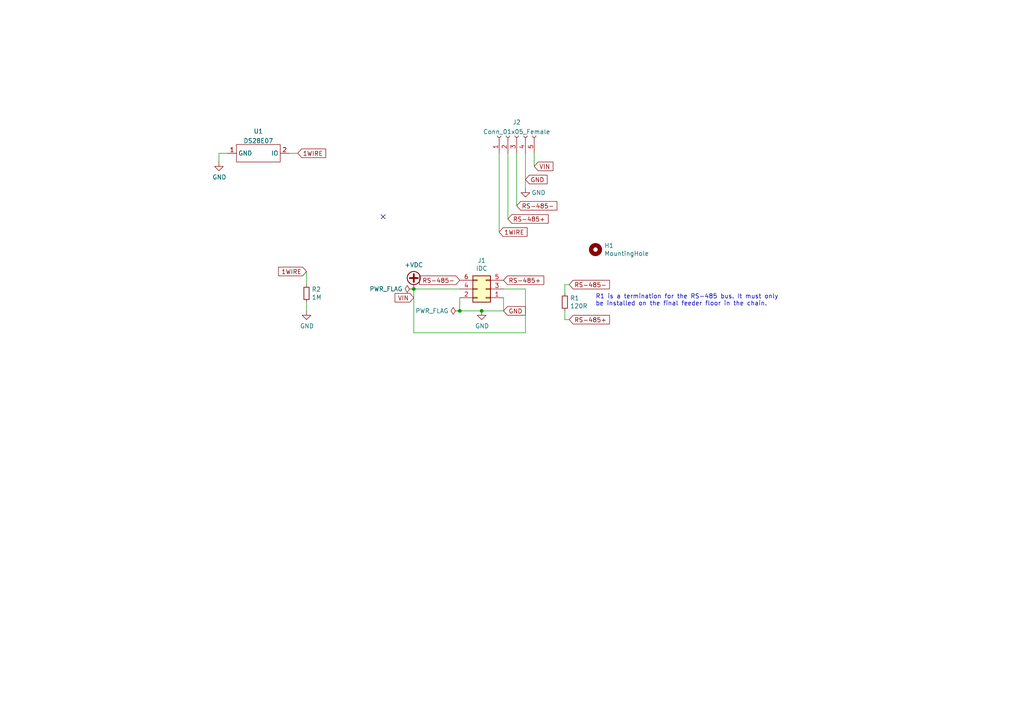
<source format=kicad_sch>
(kicad_sch (version 20211123) (generator eeschema)
  (paper "A4")
  (lib_symbols
    (symbol "Connector:Conn_01x05_Female" (pin_names (offset 1.016) hide)
      (property "Reference" "J" (at 0 7.62 0))
      (property "Value" "Conn_01x05_Female" (at 0 -7.62 0))
      (symbol "Conn_01x05_Female_1_1"
        (arc (start 0 -4.572) (mid -0.508 -5.08) (end 0 -5.588) (stroke (width 0.1524)))
        (arc (start 0 -2.032) (mid -0.508 -2.54) (end 0 -3.048) (stroke (width 0.1524)))
        (polyline (pts (xy -1.27 -5.08) (xy -0.508 -5.08)) (stroke (width 0.1524)))
        (polyline (pts (xy -1.27 -2.54) (xy -0.508 -2.54)) (stroke (width 0.1524)))
        (polyline (pts (xy -1.27 0) (xy -0.508 0)) (stroke (width 0.1524)))
        (polyline (pts (xy -1.27 2.54) (xy -0.508 2.54)) (stroke (width 0.1524)))
        (polyline (pts (xy -1.27 5.08) (xy -0.508 5.08)) (stroke (width 0.1524)))
        (arc (start 0 0.508) (mid -0.508 0) (end 0 -0.508) (stroke (width 0.1524)))
        (arc (start 0 3.048) (mid -0.508 2.54) (end 0 2.032) (stroke (width 0.1524)))
        (arc (start 0 5.588) (mid -0.508 5.08) (end 0 4.572) (stroke (width 0.1524)))
        (pin passive line (at -5.08 5.08 0) (length 3.81) (name "Pin_1") (number "1"))
        (pin passive line (at -5.08 2.54 0) (length 3.81) (name "Pin_2") (number "2"))
        (pin passive line (at -5.08 0 0) (length 3.81) (name "Pin_3") (number "3"))
        (pin passive line (at -5.08 -2.54 0) (length 3.81) (name "Pin_4") (number "4"))
        (pin passive line (at -5.08 -5.08 0) (length 3.81) (name "Pin_5") (number "5"))
      )
    )
    (symbol "Connector_Generic:Conn_02x03_Odd_Even" (pin_names (offset 1.016) hide)
      (property "Reference" "J" (at 1.27 5.08 0))
      (property "Value" "Conn_02x03_Odd_Even" (at 1.27 -5.08 0))
      (symbol "Conn_02x03_Odd_Even_1_1"
        (rectangle (start -1.27 -2.413) (end 0 -2.667) (stroke (width 0.1524)))
        (rectangle (start -1.27 0.127) (end 0 -0.127) (stroke (width 0.1524)))
        (rectangle (start -1.27 2.667) (end 0 2.413) (stroke (width 0.1524)))
        (rectangle (start -1.27 3.81) (end 3.81 -3.81) (stroke (width 0.254)) (fill (type background)))
        (rectangle (start 3.81 -2.413) (end 2.54 -2.667) (stroke (width 0.1524)))
        (rectangle (start 3.81 0.127) (end 2.54 -0.127) (stroke (width 0.1524)))
        (rectangle (start 3.81 2.667) (end 2.54 2.413) (stroke (width 0.1524)))
        (pin passive line (at -5.08 2.54 0) (length 3.81) (name "Pin_1") (number "1"))
        (pin passive line (at 7.62 2.54 180) (length 3.81) (name "Pin_2") (number "2"))
        (pin passive line (at -5.08 0 0) (length 3.81) (name "Pin_3") (number "3"))
        (pin passive line (at 7.62 0 180) (length 3.81) (name "Pin_4") (number "4"))
        (pin passive line (at -5.08 -2.54 0) (length 3.81) (name "Pin_5") (number "5"))
        (pin passive line (at 7.62 -2.54 180) (length 3.81) (name "Pin_6") (number "6"))
      )
    )
    (symbol "Device:R_Small" (pin_numbers hide) (pin_names (offset 0.254) hide)
      (property "Reference" "R" (at 0.762 0.508 0))
      (property "Value" "R_Small" (at 0.762 -1.016 0))
      (symbol "R_Small_0_1"
        (rectangle (start -0.762 1.778) (end 0.762 -1.778) (stroke (width 0.2032)))
      )
      (symbol "R_Small_1_1"
        (pin passive line (at 0 2.54 270) (length 0.762) (name "~") (number "1"))
        (pin passive line (at 0 -2.54 90) (length 0.762) (name "~") (number "2"))
      )
    )
    (symbol "Mechanical:MountingHole" (pin_names (offset 1.016))
      (property "Reference" "H" (at 0 5.08 0))
      (property "Value" "MountingHole" (at 0 3.175 0))
      (symbol "MountingHole_0_1"
        (circle (center 0 0) (radius 1.27) (stroke (width 1.27)))
      )
    )
    (symbol "feeder:DS28E07"
      (property "Reference" "U" (at 0 -3.81 0))
      (property "Value" "DS28E07" (at 0 -1.27 0))
      (symbol "DS28E07_0_1"
        (rectangle (start -6.35 5.08) (end 6.35 0))
      )
      (symbol "DS28E07_1_1"
        (pin unspecified line (at -8.89 2.54 0) (length 2.54) (name "GND") (number "1"))
        (pin unspecified line (at 8.89 2.54 180) (length 2.54) (name "IO") (number "2"))
      )
    )
    (symbol "power:+VDC" (power) (pin_names (offset 0))
      (property "Value" "+VDC" (at 0 6.35 0))
      (symbol "+VDC_0_1"
        (polyline (pts (xy -1.143 3.175) (xy 1.143 3.175)) (stroke (width 0.508)))
        (polyline (pts (xy 0 0) (xy 0 1.27)))
        (polyline (pts (xy 0 2.032) (xy 0 4.318)) (stroke (width 0.508)))
        (circle (center 0 3.175) (radius 1.905) (stroke (width 0.254)))
      )
      (symbol "+VDC_1_1"
        (pin power_in line (at 0 0 90) (length 0) hide (name "+VDC") (number "1"))
      )
    )
    (symbol "power:GND" (power) (pin_names (offset 0))
      (property "Value" "GND" (at 0 -3.81 0))
      (symbol "GND_0_1"
        (polyline (pts (xy 0 0) (xy 0 -1.27) (xy 1.27 -1.27) (xy 0 -2.54) (xy -1.27 -1.27) (xy 0 -1.27)))
      )
      (symbol "GND_1_1"
        (pin power_in line (at 0 0 270) (length 0) hide (name "GND") (number "1"))
      )
    )
    (symbol "power:PWR_FLAG" (power) (pin_numbers hide) (pin_names (offset 0) hide)
      (property "Value" "PWR_FLAG" (at 0 3.81 0))
      (symbol "PWR_FLAG_0_0"
        (pin power_out line (at 0 0 90) (length 0) (name "pwr") (number "1"))
      )
      (symbol "PWR_FLAG_0_1"
        (polyline (pts (xy 0 0) (xy 0 1.27) (xy -1.016 1.905) (xy 0 2.54) (xy 1.016 1.905) (xy 0 1.27)))
      )
    )
  )
  (junction (at 133.35 90.17))
  (junction (at 139.7 90.17))
  (junction (at 120.015 83.82))
  (no_connect (at 111.125 62.865))
  (wire (pts (xy 152.4 83.82) (xy 146.05 83.82)))
  (wire (pts (xy 149.86 44.45) (xy 149.86 59.69)))
  (wire (pts (xy 88.9 78.74) (xy 88.9 82.55)))
  (wire (pts (xy 120.015 83.82) (xy 120.015 96.52)))
  (wire (pts (xy 133.35 90.17) (xy 139.7 90.17)))
  (wire (pts (xy 163.83 92.71) (xy 165.1 92.71)))
  (wire (pts (xy 152.4 96.52) (xy 152.4 83.82)))
  (wire (pts (xy 120.015 96.52) (xy 152.4 96.52)))
  (wire (pts (xy 163.83 90.17) (xy 163.83 92.71)))
  (wire (pts (xy 63.5 46.99) (xy 63.5 44.45)))
  (wire (pts (xy 147.32 44.45) (xy 147.32 63.5)))
  (wire (pts (xy 152.4 44.45) (xy 152.4 54.61)))
  (wire (pts (xy 144.78 44.45) (xy 144.78 67.31)))
  (wire (pts (xy 146.05 90.17) (xy 139.7 90.17)))
  (wire (pts (xy 63.5 44.45) (xy 66.04 44.45)))
  (wire (pts (xy 146.05 86.36) (xy 146.05 90.17)))
  (wire (pts (xy 83.82 44.45) (xy 86.36 44.45)))
  (wire (pts (xy 120.015 83.82) (xy 133.35 83.82)))
  (wire (pts (xy 133.35 86.36) (xy 133.35 90.17)))
  (wire (pts (xy 154.94 44.45) (xy 154.94 48.26)))
  (wire (pts (xy 165.1 82.55) (xy 163.83 82.55)))
  (wire (pts (xy 163.83 82.55) (xy 163.83 85.09)))
  (wire (pts (xy 88.9 87.63) (xy 88.9 90.17)))
  (text "R1 is a termination for the RS-485 bus. It must only \nbe installed on the final feeder floor in the chain." (at 172.72 88.9 0) (effects (font (size 1.27 1.27)) (justify left bottom)))
  (global_label "RS-485-" (shape input) (at 165.1 82.55 0) (property "Intersheet References" "${INTERSHEET_REFS}" (effects hide)))
  (global_label "RS-485-" (shape input) (at 133.35 81.28 180) (property "Intersheet References" "${INTERSHEET_REFS}" (effects hide)))
  (global_label "GND" (shape input) (at 152.4 52.07 0) (property "Intersheet References" "${INTERSHEET_REFS}" (effects hide)))
  (global_label "VIN" (shape input) (at 154.94 48.26 0) (property "Intersheet References" "${INTERSHEET_REFS}" (effects hide)))
  (global_label "RS-485-" (shape input) (at 149.86 59.69 0) (property "Intersheet References" "${INTERSHEET_REFS}" (effects hide)))
  (global_label "VIN" (shape input) (at 120.015 86.36 180) (property "Intersheet References" "${INTERSHEET_REFS}" (effects hide)))
  (global_label "1WIRE" (shape input) (at 88.9 78.74 180) (property "Intersheet References" "${INTERSHEET_REFS}" (effects hide)))
  (global_label "RS-485+" (shape input) (at 146.05 81.28 0) (property "Intersheet References" "${INTERSHEET_REFS}" (effects hide)))
  (global_label "GND" (shape input) (at 146.05 90.17 0) (property "Intersheet References" "${INTERSHEET_REFS}" (effects hide)))
  (global_label "RS-485+" (shape input) (at 147.32 63.5 0) (property "Intersheet References" "${INTERSHEET_REFS}" (effects hide)))
  (global_label "RS-485+" (shape input) (at 165.1 92.71 0) (property "Intersheet References" "${INTERSHEET_REFS}" (effects hide)))
  (global_label "1WIRE" (shape input) (at 144.78 67.31 0) (property "Intersheet References" "${INTERSHEET_REFS}" (effects hide)))
  (global_label "1WIRE" (shape input) (at 86.36 44.45 0) (property "Intersheet References" "${INTERSHEET_REFS}" (effects hide)))
  (symbol (lib_id "power:GND") (at 63.5 46.99 0) (unit 1)
    (property "Reference" "#PWR0101" (effects hide))
    (property "Value" "GND" (at 63.627 51.3842 0))
  )
  (symbol (lib_id "power:GND") (at 152.4 54.61 0) (unit 1)
    (property "Reference" "#PWR0102" (effects hide))
    (property "Value" "GND" (at 156.21 55.88 0))
  )
  (symbol (lib_id "power:GND") (at 139.7 90.17 0) (unit 1)
    (property "Reference" "#PWR0103" (effects hide))
    (property "Value" "GND" (at 139.827 94.5642 0))
  )
  (symbol (lib_id "power:+VDC") (at 120.015 83.82 0) (unit 1)
    (property "Reference" "#PWR0104" (effects hide))
    (property "Value" "+VDC" (at 120.015 76.835 0))
  )
  (symbol (lib_id "Connector_Generic:Conn_02x03_Odd_Even") (at 140.97 83.82 180) (unit 1)
    (property "Reference" "J1" (at 139.7 75.565 0))
    (property "Value" "IDC" (at 139.7 77.8764 0))
    (property "Footprint" "Connector_PinHeader_2.54mm:PinHeader_2x03_P2.54mm_Vertical_SMD" (effects hide))
    (property "Digikey" "732-5394-ND" (effects hide))
    (property "Mouser" "710-61200621621" (effects hide))
    (property "LCSC" "C601936" (effects hide))
    (property "JLCPCB" "C601936" (effects hide))
  )
  (symbol (lib_id "Mechanical:MountingHole") (at 172.72 72.39 0) (unit 1)
    (property "Reference" "H1" (at 175.26 71.2216 0) (effects (justify left)))
    (property "Value" "MountingHole" (at 175.26 73.533 0) (effects (justify left)))
    (property "Footprint" "MountingHole:MountingHole_3.2mm_M3" (effects hide))
  )
  (symbol (lib_id "Device:R_Small") (at 163.83 87.63 0) (unit 1)
    (property "Reference" "R1" (at 165.3286 86.4616 0) (effects (justify left)))
    (property "Value" "120R" (at 165.3286 88.773 0) (effects (justify left)))
    (property "Footprint" "Resistor_SMD:R_0805_2012Metric" (effects hide))
    (property "JLCPCB" "C17437" (effects hide))
    (property "LCSC" "C61683" (effects hide))
    (property "Digikey" "RMCF0805JT120RCT-ND" (effects hide))
    (property "Mouser" "652-CR0805FX-1200ELF" (effects hide))
  )
  (symbol (lib_id "power:PWR_FLAG") (at 120.015 83.82 90) (unit 1)
    (property "Reference" "#FLG0101" (effects hide))
    (property "Value" "PWR_FLAG" (at 116.7892 83.82 90) (effects (justify left)))
  )
  (symbol (lib_id "power:PWR_FLAG") (at 133.35 90.17 90) (unit 1)
    (property "Reference" "#FLG0102" (effects hide))
    (property "Value" "PWR_FLAG" (at 130.1242 90.17 90) (effects (justify left)))
  )
  (symbol (lib_id "Connector:Conn_01x05_Female") (at 149.86 39.37 90) (unit 1)
    (property "Reference" "J2" (at 149.86 35.4543 90))
    (property "Value" "Conn_01x05_Female" (at 149.86 38.2294 90))
    (property "Footprint" "feeder:AVX-915-005-541-Contact-Surface" (effects hide))
  )
  (symbol (lib_id "power:GND") (at 88.9 90.17 0) (unit 1)
    (property "Reference" "#PWR0105" (effects hide))
    (property "Value" "GND" (at 89.027 94.5642 0))
  )
  (symbol (lib_id "feeder:DS28E07") (at 74.93 46.99 0) (unit 1)
    (property "Reference" "U1" (at 74.93 38.0705 0))
    (property "Value" "DS28E07" (at 74.93 40.8456 0))
    (property "Footprint" "feeder:DS28E07_MULTI" (effects hide))
  )
  (symbol (lib_id "Device:R_Small") (at 88.9 85.09 0) (unit 1)
    (property "Reference" "R2" (at 90.3986 83.9216 0) (effects (justify left)))
    (property "Value" "1M" (at 90.3986 86.233 0) (effects (justify left)))
    (property "Footprint" "Resistor_SMD:R_0805_2012Metric" (effects hide))
    (property "JLCPCB" "C17437" (effects hide))
    (property "LCSC" "C61683" (effects hide))
    (property "Digikey" "RMCF0805JT120RCT-ND" (effects hide))
    (property "Mouser" "652-CR0805FX-1200ELF" (effects hide))
  )
)
</source>
